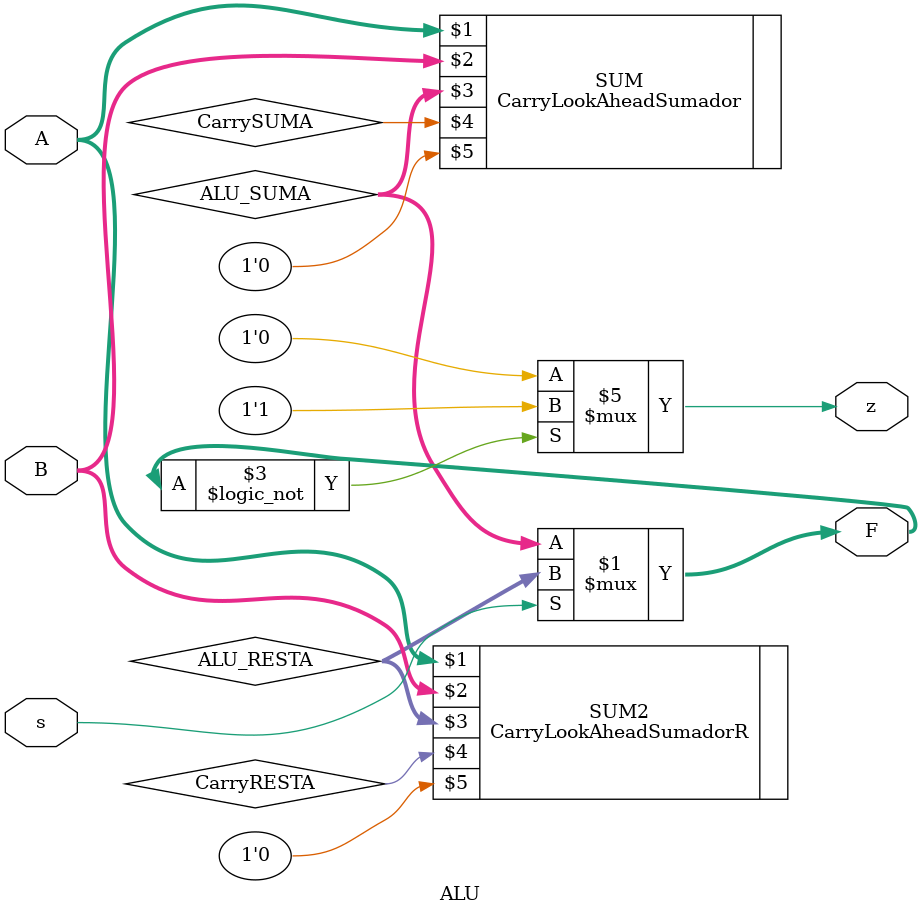
<source format=v>
module ALU (
    input [31:0] A, B,
    input s,
    output [31:0] F,
    output reg z
    );
//nuevas variables de conexion

//respuesta a la suma y resta    
wire [31:0] ALU_SUMA, ALU_RESTA;
wire CarrySUMA, CarryRESTA;
//Declaraci?n de m?dulos
CarryLookAheadSumador #(32) SUM( A, B, ALU_SUMA, CarrySUMA, 1'b0);   
CarryLookAheadSumadorR #(32) SUM2( A, B, ALU_RESTA, CarryRESTA, 1'b0);

//asignaciones de salidas de alu
assign F = s ? ALU_RESTA : ALU_SUMA; // asiganar los valores de ALU_Result a ALUOU

always @(*) begin

    if(F==32'd0)//esto calcula la bandera de zero
        z = 1'b1;
    else
        z = 1'b0;

end
  
endmodule
</source>
